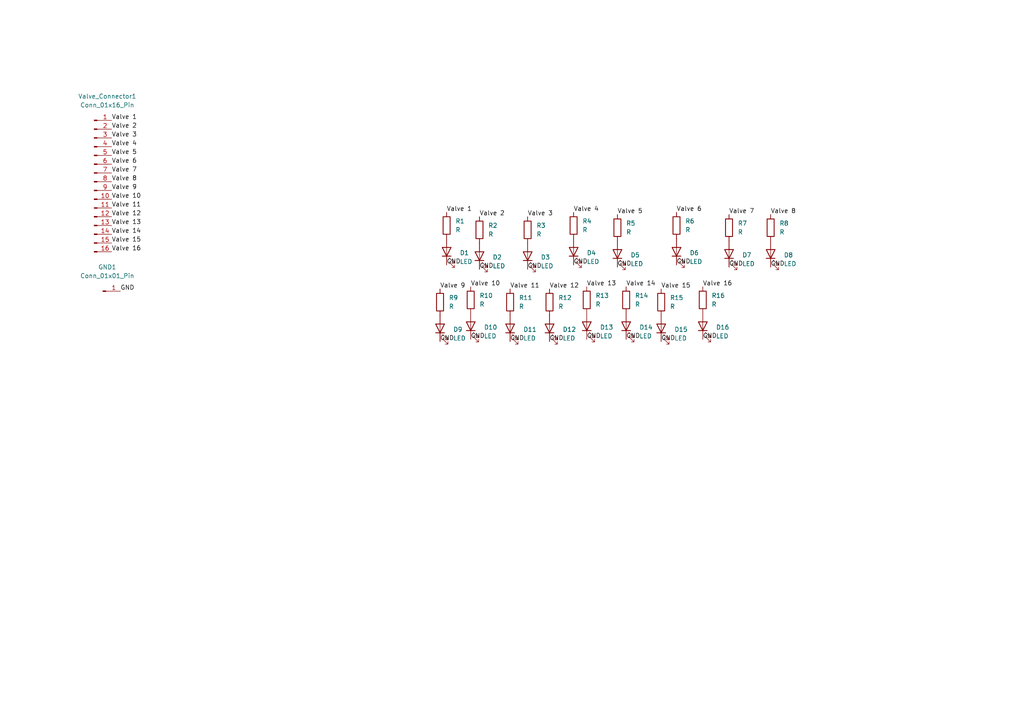
<source format=kicad_sch>
(kicad_sch (version 20230121) (generator eeschema)
  (paper "A4")
  (lib_symbols
    (symbol "Connector:Conn_01x01_Pin" (pin_names (offset 1.016) hide)
      (property "Reference" "J" (at 0 2.54 0))
      (property "Value" "Conn_01x01_Pin" (at 0 -2.54 0))
      (symbol "Conn_01x01_Pin_1_1"
        (polyline (pts (xy 1.27 0) (xy 0.8636 0)) (stroke (width 0.1524)))
        (rectangle (start 0.8636 0.127) (end 0 -0.127) (stroke (width 0.1524)) (fill (type outline)))
        (pin passive line (at 5.08 0 180) (length 3.81) (name "Pin_1") (number "1"))
      )
    )
    (symbol "Connector:Conn_01x16_Pin" (pin_names (offset 1.016) hide)
      (property "Reference" "J" (at 0 20.32 0))
      (property "Value" "Conn_01x16_Pin" (at 0 -22.86 0))
      (symbol "Conn_01x16_Pin_1_1"
        (polyline (pts (xy 1.27 -20.32) (xy 0.8636 -20.32)) (stroke (width 0.1524)))
        (polyline (pts (xy 1.27 -17.78) (xy 0.8636 -17.78)) (stroke (width 0.1524)))
        (polyline (pts (xy 1.27 -15.24) (xy 0.8636 -15.24)) (stroke (width 0.1524)))
        (polyline (pts (xy 1.27 -12.7) (xy 0.8636 -12.7)) (stroke (width 0.1524)))
        (polyline (pts (xy 1.27 -10.16) (xy 0.8636 -10.16)) (stroke (width 0.1524)))
        (polyline (pts (xy 1.27 -7.62) (xy 0.8636 -7.62)) (stroke (width 0.1524)))
        (polyline (pts (xy 1.27 -5.08) (xy 0.8636 -5.08)) (stroke (width 0.1524)))
        (polyline (pts (xy 1.27 -2.54) (xy 0.8636 -2.54)) (stroke (width 0.1524)))
        (polyline (pts (xy 1.27 0) (xy 0.8636 0)) (stroke (width 0.1524)))
        (polyline (pts (xy 1.27 2.54) (xy 0.8636 2.54)) (stroke (width 0.1524)))
        (polyline (pts (xy 1.27 5.08) (xy 0.8636 5.08)) (stroke (width 0.1524)))
        (polyline (pts (xy 1.27 7.62) (xy 0.8636 7.62)) (stroke (width 0.1524)))
        (polyline (pts (xy 1.27 10.16) (xy 0.8636 10.16)) (stroke (width 0.1524)))
        (polyline (pts (xy 1.27 12.7) (xy 0.8636 12.7)) (stroke (width 0.1524)))
        (polyline (pts (xy 1.27 15.24) (xy 0.8636 15.24)) (stroke (width 0.1524)))
        (polyline (pts (xy 1.27 17.78) (xy 0.8636 17.78)) (stroke (width 0.1524)))
        (rectangle (start 0.8636 -20.193) (end 0 -20.447) (stroke (width 0.1524)) (fill (type outline)))
        (rectangle (start 0.8636 -17.653) (end 0 -17.907) (stroke (width 0.1524)) (fill (type outline)))
        (rectangle (start 0.8636 -15.113) (end 0 -15.367) (stroke (width 0.1524)) (fill (type outline)))
        (rectangle (start 0.8636 -12.573) (end 0 -12.827) (stroke (width 0.1524)) (fill (type outline)))
        (rectangle (start 0.8636 -10.033) (end 0 -10.287) (stroke (width 0.1524)) (fill (type outline)))
        (rectangle (start 0.8636 -7.493) (end 0 -7.747) (stroke (width 0.1524)) (fill (type outline)))
        (rectangle (start 0.8636 -4.953) (end 0 -5.207) (stroke (width 0.1524)) (fill (type outline)))
        (rectangle (start 0.8636 -2.413) (end 0 -2.667) (stroke (width 0.1524)) (fill (type outline)))
        (rectangle (start 0.8636 0.127) (end 0 -0.127) (stroke (width 0.1524)) (fill (type outline)))
        (rectangle (start 0.8636 2.667) (end 0 2.413) (stroke (width 0.1524)) (fill (type outline)))
        (rectangle (start 0.8636 5.207) (end 0 4.953) (stroke (width 0.1524)) (fill (type outline)))
        (rectangle (start 0.8636 7.747) (end 0 7.493) (stroke (width 0.1524)) (fill (type outline)))
        (rectangle (start 0.8636 10.287) (end 0 10.033) (stroke (width 0.1524)) (fill (type outline)))
        (rectangle (start 0.8636 12.827) (end 0 12.573) (stroke (width 0.1524)) (fill (type outline)))
        (rectangle (start 0.8636 15.367) (end 0 15.113) (stroke (width 0.1524)) (fill (type outline)))
        (rectangle (start 0.8636 17.907) (end 0 17.653) (stroke (width 0.1524)) (fill (type outline)))
        (pin passive line (at 5.08 17.78 180) (length 3.81) (name "Pin_1") (number "1"))
        (pin passive line (at 5.08 -5.08 180) (length 3.81) (name "Pin_10") (number "10"))
        (pin passive line (at 5.08 -7.62 180) (length 3.81) (name "Pin_11") (number "11"))
        (pin passive line (at 5.08 -10.16 180) (length 3.81) (name "Pin_12") (number "12"))
        (pin passive line (at 5.08 -12.7 180) (length 3.81) (name "Pin_13") (number "13"))
        (pin passive line (at 5.08 -15.24 180) (length 3.81) (name "Pin_14") (number "14"))
        (pin passive line (at 5.08 -17.78 180) (length 3.81) (name "Pin_15") (number "15"))
        (pin passive line (at 5.08 -20.32 180) (length 3.81) (name "Pin_16") (number "16"))
        (pin passive line (at 5.08 15.24 180) (length 3.81) (name "Pin_2") (number "2"))
        (pin passive line (at 5.08 12.7 180) (length 3.81) (name "Pin_3") (number "3"))
        (pin passive line (at 5.08 10.16 180) (length 3.81) (name "Pin_4") (number "4"))
        (pin passive line (at 5.08 7.62 180) (length 3.81) (name "Pin_5") (number "5"))
        (pin passive line (at 5.08 5.08 180) (length 3.81) (name "Pin_6") (number "6"))
        (pin passive line (at 5.08 2.54 180) (length 3.81) (name "Pin_7") (number "7"))
        (pin passive line (at 5.08 0 180) (length 3.81) (name "Pin_8") (number "8"))
        (pin passive line (at 5.08 -2.54 180) (length 3.81) (name "Pin_9") (number "9"))
      )
    )
    (symbol "Device:LED" (pin_numbers hide) (pin_names (offset 1.016) hide)
      (property "Reference" "D" (at 0 2.54 0))
      (property "Value" "LED" (at 0 -2.54 0))
      (symbol "LED_0_1"
        (polyline (pts (xy -1.27 -1.27) (xy -1.27 1.27)) (stroke (width 0.254)))
        (polyline (pts (xy -1.27 0) (xy 1.27 0)))
        (polyline (pts (xy 1.27 -1.27) (xy 1.27 1.27) (xy -1.27 0) (xy 1.27 -1.27)) (stroke (width 0.254)))
        (polyline (pts (xy -3.048 -0.762) (xy -4.572 -2.286) (xy -3.81 -2.286) (xy -4.572 -2.286) (xy -4.572 -1.524)))
        (polyline (pts (xy -1.778 -0.762) (xy -3.302 -2.286) (xy -2.54 -2.286) (xy -3.302 -2.286) (xy -3.302 -1.524)))
      )
      (symbol "LED_1_1"
        (pin passive line (at -3.81 0 0) (length 2.54) (name "K") (number "1"))
        (pin passive line (at 3.81 0 180) (length 2.54) (name "A") (number "2"))
      )
    )
    (symbol "Device:R" (pin_numbers hide) (pin_names (offset 0))
      (property "Reference" "R" (at 2.032 0 90))
      (property "Value" "R" (at 0 0 90))
      (symbol "R_0_1"
        (rectangle (start -1.016 -2.54) (end 1.016 2.54) (stroke (width 0.254)))
      )
      (symbol "R_1_1"
        (pin passive line (at 0 3.81 270) (length 1.27) (name "~") (number "1"))
        (pin passive line (at 0 -3.81 90) (length 1.27) (name "~") (number "2"))
      )
    )
  )
  (label "GND" (at 181.61 98.425 0))
  (label "GND" (at 166.37 76.835 0))
  (label "Valve 12" (at 32.385 62.865 0))
  (label "Valve 7" (at 211.455 62.23 0))
  (label "Valve 15" (at 32.385 70.485 0))
  (label "Valve 16" (at 32.385 73.025 0))
  (label "GND" (at 203.835 98.425 0))
  (label "Valve 1" (at 32.385 34.925 0))
  (label "Valve 1" (at 129.54 61.595 0))
  (label "Valve 11" (at 147.955 83.82 0))
  (label "Valve 12" (at 159.385 83.82 0))
  (label "Valve 14" (at 181.61 83.185 0))
  (label "Valve 5" (at 32.385 45.085 0))
  (label "GND" (at 170.18 98.425 0))
  (label "GND" (at 179.07 77.47 0))
  (label "GND" (at 191.77 99.06 0))
  (label "Valve 4" (at 166.37 61.595 0))
  (label "Valve 10" (at 136.525 83.185 0))
  (label "GND" (at 159.385 99.06 0))
  (label "Valve 7" (at 32.385 50.165 0))
  (label "Valve 14" (at 32.385 67.945 0))
  (label "GND" (at 127.635 99.06 0))
  (label "GND" (at 196.215 76.835 0))
  (label "Valve 6" (at 196.215 61.595 0))
  (label "Valve 16" (at 203.835 83.185 0))
  (label "Valve 2" (at 139.065 62.865 0))
  (label "Valve 9" (at 32.385 55.245 0))
  (label "Valve 6" (at 32.385 47.625 0))
  (label "GND" (at 34.925 84.455 0))
  (label "Valve 8" (at 32.385 52.705 0))
  (label "GND" (at 147.955 99.06 0))
  (label "Valve 15" (at 191.77 83.82 0))
  (label "GND" (at 136.525 98.425 0))
  (label "Valve 11" (at 32.385 60.325 0))
  (label "Valve 2" (at 32.385 37.465 0))
  (label "Valve 13" (at 170.18 83.185 0))
  (label "GND" (at 223.52 77.47 0))
  (label "GND" (at 153.035 78.105 0))
  (label "GND" (at 139.065 78.105 0))
  (label "GND" (at 129.54 76.835 0))
  (label "Valve 5" (at 179.07 62.23 0))
  (label "Valve 3" (at 32.385 40.005 0))
  (label "Valve 3" (at 153.035 62.865 0))
  (label "Valve 13" (at 32.385 65.405 0))
  (label "Valve 8" (at 223.52 62.23 0))
  (label "Valve 4" (at 32.385 42.545 0))
  (label "Valve 9" (at 127.635 83.82 0))
  (label "Valve 10" (at 32.385 57.785 0))
  (label "GND" (at 211.455 77.47 0))
  (symbol (lib_id "Device:R") (at 191.77 87.63 0) (unit 1)
    (property "Reference" "R15" (at 194.31 86.36 0) (effects (justify left)))
    (property "Value" "R" (at 194.31 88.9 0) (effects (justify left)))
    (property "Footprint" "Resistor_THT:R_Axial_DIN0204_L3.6mm_D1.6mm_P5.08mm_Horizontal" (effects hide))
  )
  (symbol (lib_id "Device:LED") (at 196.215 73.025 90) (unit 1)
    (property "Reference" "D6" (at 200.025 73.3425 90) (effects (justify right)))
    (property "Value" "LED" (at 200.025 75.8825 90) (effects (justify right)))
    (property "Footprint" "Resistor_THT:R_Axial_DIN0204_L3.6mm_D1.6mm_P2.54mm_Vertical" (effects hide))
  )
  (symbol (lib_id "Device:R") (at 223.52 66.04 0) (unit 1)
    (property "Reference" "R8" (at 226.06 64.77 0) (effects (justify left)))
    (property "Value" "R" (at 226.06 67.31 0) (effects (justify left)))
    (property "Footprint" "Resistor_THT:R_Axial_DIN0204_L3.6mm_D1.6mm_P5.08mm_Horizontal" (effects hide))
  )
  (symbol (lib_id "Device:R") (at 159.385 87.63 0) (unit 1)
    (property "Reference" "R12" (at 161.925 86.36 0) (effects (justify left)))
    (property "Value" "R" (at 161.925 88.9 0) (effects (justify left)))
    (property "Footprint" "Resistor_THT:R_Axial_DIN0204_L3.6mm_D1.6mm_P5.08mm_Horizontal" (effects hide))
  )
  (symbol (lib_id "Device:LED") (at 166.37 73.025 90) (unit 1)
    (property "Reference" "D4" (at 170.18 73.3425 90) (effects (justify right)))
    (property "Value" "LED" (at 170.18 75.8825 90) (effects (justify right)))
    (property "Footprint" "Resistor_THT:R_Axial_DIN0204_L3.6mm_D1.6mm_P2.54mm_Vertical" (effects hide))
  )
  (symbol (lib_id "Device:LED") (at 170.18 94.615 90) (unit 1)
    (property "Reference" "D13" (at 173.99 94.9325 90) (effects (justify right)))
    (property "Value" "LED" (at 173.99 97.4725 90) (effects (justify right)))
    (property "Footprint" "Resistor_THT:R_Axial_DIN0204_L3.6mm_D1.6mm_P2.54mm_Vertical" (effects hide))
  )
  (symbol (lib_id "Device:LED") (at 159.385 95.25 90) (unit 1)
    (property "Reference" "D12" (at 163.195 95.5675 90) (effects (justify right)))
    (property "Value" "LED" (at 163.195 98.1075 90) (effects (justify right)))
    (property "Footprint" "Resistor_THT:R_Axial_DIN0204_L3.6mm_D1.6mm_P2.54mm_Vertical" (effects hide))
  )
  (symbol (lib_id "Device:LED") (at 191.77 95.25 90) (unit 1)
    (property "Reference" "D15" (at 195.58 95.5675 90) (effects (justify right)))
    (property "Value" "LED" (at 195.58 98.1075 90) (effects (justify right)))
    (property "Footprint" "Resistor_THT:R_Axial_DIN0204_L3.6mm_D1.6mm_P2.54mm_Vertical" (effects hide))
  )
  (symbol (lib_id "Device:R") (at 127.635 87.63 0) (unit 1)
    (property "Reference" "R9" (at 130.175 86.36 0) (effects (justify left)))
    (property "Value" "R" (at 130.175 88.9 0) (effects (justify left)))
    (property "Footprint" "Resistor_THT:R_Axial_DIN0204_L3.6mm_D1.6mm_P5.08mm_Horizontal" (effects hide))
  )
  (symbol (lib_id "Connector:Conn_01x16_Pin") (at 27.305 52.705 0) (unit 1)
    (property "Reference" "Valve_Connector1" (at 31.115 27.94 0))
    (property "Value" "Conn_01x16_Pin" (at 31.115 30.48 0))
    (property "Footprint" "Connector_PinHeader_1.00mm:PinHeader_1x16_P1.00mm_Vertical" (effects hide))
  )
  (symbol (lib_id "Device:R") (at 170.18 86.995 0) (unit 1)
    (property "Reference" "R13" (at 172.72 85.725 0) (effects (justify left)))
    (property "Value" "R" (at 172.72 88.265 0) (effects (justify left)))
    (property "Footprint" "Resistor_THT:R_Axial_DIN0204_L3.6mm_D1.6mm_P5.08mm_Horizontal" (effects hide))
  )
  (symbol (lib_id "Device:R") (at 136.525 86.995 0) (unit 1)
    (property "Reference" "R10" (at 139.065 85.725 0) (effects (justify left)))
    (property "Value" "R" (at 139.065 88.265 0) (effects (justify left)))
    (property "Footprint" "Resistor_THT:R_Axial_DIN0204_L3.6mm_D1.6mm_P5.08mm_Horizontal" (effects hide))
  )
  (symbol (lib_id "Device:LED") (at 203.835 94.615 90) (unit 1)
    (property "Reference" "D16" (at 207.645 94.9325 90) (effects (justify right)))
    (property "Value" "LED" (at 207.645 97.4725 90) (effects (justify right)))
    (property "Footprint" "Resistor_THT:R_Axial_DIN0204_L3.6mm_D1.6mm_P2.54mm_Vertical" (effects hide))
  )
  (symbol (lib_id "Device:LED") (at 139.065 74.295 90) (unit 1)
    (property "Reference" "D2" (at 142.875 74.6125 90) (effects (justify right)))
    (property "Value" "LED" (at 142.875 77.1525 90) (effects (justify right)))
    (property "Footprint" "Resistor_THT:R_Axial_DIN0204_L3.6mm_D1.6mm_P2.54mm_Vertical" (effects hide))
  )
  (symbol (lib_id "Device:LED") (at 129.54 73.025 90) (unit 1)
    (property "Reference" "D1" (at 133.35 73.3425 90) (effects (justify right)))
    (property "Value" "LED" (at 133.35 75.8825 90) (effects (justify right)))
    (property "Footprint" "Resistor_THT:R_Axial_DIN0204_L3.6mm_D1.6mm_P2.54mm_Vertical" (effects hide))
  )
  (symbol (lib_id "Device:LED") (at 147.955 95.25 90) (unit 1)
    (property "Reference" "D11" (at 151.765 95.5675 90) (effects (justify right)))
    (property "Value" "LED" (at 151.765 98.1075 90) (effects (justify right)))
    (property "Footprint" "Resistor_THT:R_Axial_DIN0204_L3.6mm_D1.6mm_P2.54mm_Vertical" (effects hide))
  )
  (symbol (lib_id "Device:LED") (at 223.52 73.66 90) (unit 1)
    (property "Reference" "D8" (at 227.33 73.9775 90) (effects (justify right)))
    (property "Value" "LED" (at 227.33 76.5175 90) (effects (justify right)))
    (property "Footprint" "Resistor_THT:R_Axial_DIN0204_L3.6mm_D1.6mm_P2.54mm_Vertical" (effects hide))
  )
  (symbol (lib_id "Device:LED") (at 211.455 73.66 90) (unit 1)
    (property "Reference" "D7" (at 215.265 73.9775 90) (effects (justify right)))
    (property "Value" "LED" (at 215.265 76.5175 90) (effects (justify right)))
    (property "Footprint" "Resistor_THT:R_Axial_DIN0204_L3.6mm_D1.6mm_P2.54mm_Vertical" (effects hide))
  )
  (symbol (lib_id "Device:LED") (at 153.035 74.295 90) (unit 1)
    (property "Reference" "D3" (at 156.845 74.6125 90) (effects (justify right)))
    (property "Value" "LED" (at 156.845 77.1525 90) (effects (justify right)))
    (property "Footprint" "Resistor_THT:R_Axial_DIN0204_L3.6mm_D1.6mm_P2.54mm_Vertical" (effects hide))
  )
  (symbol (lib_id "Device:LED") (at 136.525 94.615 90) (unit 1)
    (property "Reference" "D10" (at 140.335 94.9325 90) (effects (justify right)))
    (property "Value" "LED" (at 140.335 97.4725 90) (effects (justify right)))
    (property "Footprint" "Resistor_THT:R_Axial_DIN0204_L3.6mm_D1.6mm_P2.54mm_Vertical" (effects hide))
  )
  (symbol (lib_id "Device:R") (at 179.07 66.04 0) (unit 1)
    (property "Reference" "R5" (at 181.61 64.77 0) (effects (justify left)))
    (property "Value" "R" (at 181.61 67.31 0) (effects (justify left)))
    (property "Footprint" "Resistor_THT:R_Axial_DIN0204_L3.6mm_D1.6mm_P5.08mm_Horizontal" (effects hide))
  )
  (symbol (lib_id "Device:R") (at 153.035 66.675 0) (unit 1)
    (property "Reference" "R3" (at 155.575 65.405 0) (effects (justify left)))
    (property "Value" "R" (at 155.575 67.945 0) (effects (justify left)))
    (property "Footprint" "Resistor_THT:R_Axial_DIN0204_L3.6mm_D1.6mm_P5.08mm_Horizontal" (effects hide))
  )
  (symbol (lib_id "Device:R") (at 211.455 66.04 0) (unit 1)
    (property "Reference" "R7" (at 213.995 64.77 0) (effects (justify left)))
    (property "Value" "R" (at 213.995 67.31 0) (effects (justify left)))
    (property "Footprint" "Resistor_THT:R_Axial_DIN0204_L3.6mm_D1.6mm_P5.08mm_Horizontal" (effects hide))
  )
  (symbol (lib_id "Connector:Conn_01x01_Pin") (at 29.845 84.455 0) (unit 1)
    (property "Reference" "GND1" (at 31.115 77.47 0))
    (property "Value" "Conn_01x01_Pin" (at 31.115 80.01 0))
    (property "Footprint" "Connector_PinHeader_1.00mm:PinHeader_1x01_P1.00mm_Vertical" (effects hide))
  )
  (symbol (lib_id "Device:R") (at 181.61 86.995 0) (unit 1)
    (property "Reference" "R14" (at 184.15 85.725 0) (effects (justify left)))
    (property "Value" "R" (at 184.15 88.265 0) (effects (justify left)))
    (property "Footprint" "Resistor_THT:R_Axial_DIN0204_L3.6mm_D1.6mm_P5.08mm_Horizontal" (effects hide))
  )
  (symbol (lib_id "Device:R") (at 129.54 65.405 0) (unit 1)
    (property "Reference" "R1" (at 132.08 64.135 0) (effects (justify left)))
    (property "Value" "R" (at 132.08 66.675 0) (effects (justify left)))
    (property "Footprint" "Resistor_THT:R_Axial_DIN0204_L3.6mm_D1.6mm_P5.08mm_Horizontal" (effects hide))
  )
  (symbol (lib_id "Device:LED") (at 127.635 95.25 90) (unit 1)
    (property "Reference" "D9" (at 131.445 95.5675 90) (effects (justify right)))
    (property "Value" "LED" (at 131.445 98.1075 90) (effects (justify right)))
    (property "Footprint" "Resistor_THT:R_Axial_DIN0204_L3.6mm_D1.6mm_P2.54mm_Vertical" (effects hide))
  )
  (symbol (lib_id "Device:R") (at 203.835 86.995 0) (unit 1)
    (property "Reference" "R16" (at 206.375 85.725 0) (effects (justify left)))
    (property "Value" "R" (at 206.375 88.265 0) (effects (justify left)))
    (property "Footprint" "Resistor_THT:R_Axial_DIN0204_L3.6mm_D1.6mm_P5.08mm_Horizontal" (effects hide))
  )
  (symbol (lib_id "Device:LED") (at 179.07 73.66 90) (unit 1)
    (property "Reference" "D5" (at 182.88 73.9775 90) (effects (justify right)))
    (property "Value" "LED" (at 182.88 76.5175 90) (effects (justify right)))
    (property "Footprint" "Resistor_THT:R_Axial_DIN0204_L3.6mm_D1.6mm_P2.54mm_Vertical" (effects hide))
  )
  (symbol (lib_id "Device:R") (at 147.955 87.63 0) (unit 1)
    (property "Reference" "R11" (at 150.495 86.36 0) (effects (justify left)))
    (property "Value" "R" (at 150.495 88.9 0) (effects (justify left)))
    (property "Footprint" "Resistor_THT:R_Axial_DIN0204_L3.6mm_D1.6mm_P5.08mm_Horizontal" (effects hide))
  )
  (symbol (lib_id "Device:LED") (at 181.61 94.615 90) (unit 1)
    (property "Reference" "D14" (at 185.42 94.9325 90) (effects (justify right)))
    (property "Value" "LED" (at 185.42 97.4725 90) (effects (justify right)))
    (property "Footprint" "Resistor_THT:R_Axial_DIN0204_L3.6mm_D1.6mm_P2.54mm_Vertical" (effects hide))
  )
  (symbol (lib_id "Device:R") (at 166.37 65.405 0) (unit 1)
    (property "Reference" "R4" (at 168.91 64.135 0) (effects (justify left)))
    (property "Value" "R" (at 168.91 66.675 0) (effects (justify left)))
    (property "Footprint" "Resistor_THT:R_Axial_DIN0204_L3.6mm_D1.6mm_P5.08mm_Horizontal" (effects hide))
  )
  (symbol (lib_id "Device:R") (at 139.065 66.675 0) (unit 1)
    (property "Reference" "R2" (at 141.605 65.405 0) (effects (justify left)))
    (property "Value" "R" (at 141.605 67.945 0) (effects (justify left)))
    (property "Footprint" "Resistor_THT:R_Axial_DIN0204_L3.6mm_D1.6mm_P5.08mm_Horizontal" (effects hide))
  )
  (symbol (lib_id "Device:R") (at 196.215 65.405 0) (unit 1)
    (property "Reference" "R6" (at 198.755 64.135 0) (effects (justify left)))
    (property "Value" "R" (at 198.755 66.675 0) (effects (justify left)))
    (property "Footprint" "Resistor_THT:R_Axial_DIN0204_L3.6mm_D1.6mm_P5.08mm_Horizontal" (effects hide))
  )
)
</source>
